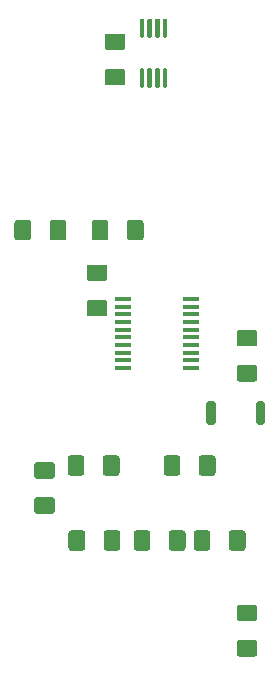
<source format=gbr>
%TF.GenerationSoftware,KiCad,Pcbnew,5.1.6*%
%TF.CreationDate,2020-08-27T20:26:27+01:00*%
%TF.ProjectId,wireless-temperaure-sensor,77697265-6c65-4737-932d-74656d706572,0.2*%
%TF.SameCoordinates,Original*%
%TF.FileFunction,Paste,Top*%
%TF.FilePolarity,Positive*%
%FSLAX46Y46*%
G04 Gerber Fmt 4.6, Leading zero omitted, Abs format (unit mm)*
G04 Created by KiCad (PCBNEW 5.1.6) date 2020-08-27 20:26:27*
%MOMM*%
%LPD*%
G01*
G04 APERTURE LIST*
%ADD10R,1.350000X0.400000*%
G04 APERTURE END LIST*
%TO.C,SW1*%
G36*
G01*
X103232000Y-93510000D02*
X103232000Y-91910000D01*
G75*
G02*
X103432000Y-91710000I200000J0D01*
G01*
X103832000Y-91710000D01*
G75*
G02*
X104032000Y-91910000I0J-200000D01*
G01*
X104032000Y-93510000D01*
G75*
G02*
X103832000Y-93710000I-200000J0D01*
G01*
X103432000Y-93710000D01*
G75*
G02*
X103232000Y-93510000I0J200000D01*
G01*
G37*
G36*
G01*
X107432000Y-93510000D02*
X107432000Y-91910000D01*
G75*
G02*
X107632000Y-91710000I200000J0D01*
G01*
X108032000Y-91710000D01*
G75*
G02*
X108232000Y-91910000I0J-200000D01*
G01*
X108232000Y-93510000D01*
G75*
G02*
X108032000Y-93710000I-200000J0D01*
G01*
X107632000Y-93710000D01*
G75*
G02*
X107432000Y-93510000I0J200000D01*
G01*
G37*
%TD*%
D10*
%TO.C,U1*%
X101935000Y-83050000D03*
X96185000Y-83050000D03*
X101935000Y-83700000D03*
X96185000Y-83700000D03*
X101935000Y-84350000D03*
X96185000Y-84350000D03*
X101935000Y-85000000D03*
X96185000Y-85000000D03*
X101935000Y-85650000D03*
X96185000Y-85650000D03*
X101935000Y-86300000D03*
X96185000Y-86300000D03*
X101935000Y-86950000D03*
X96185000Y-86950000D03*
X101935000Y-87600000D03*
X96185000Y-87600000D03*
X101935000Y-88250000D03*
X96185000Y-88250000D03*
X101935000Y-88900000D03*
X96185000Y-88900000D03*
%TD*%
%TO.C,R8*%
G36*
G01*
X100052500Y-104130000D02*
X100052500Y-102880000D01*
G75*
G02*
X100302500Y-102630000I250000J0D01*
G01*
X101227500Y-102630000D01*
G75*
G02*
X101477500Y-102880000I0J-250000D01*
G01*
X101477500Y-104130000D01*
G75*
G02*
X101227500Y-104380000I-250000J0D01*
G01*
X100302500Y-104380000D01*
G75*
G02*
X100052500Y-104130000I0J250000D01*
G01*
G37*
G36*
G01*
X97077500Y-104130000D02*
X97077500Y-102880000D01*
G75*
G02*
X97327500Y-102630000I250000J0D01*
G01*
X98252500Y-102630000D01*
G75*
G02*
X98502500Y-102880000I0J-250000D01*
G01*
X98502500Y-104130000D01*
G75*
G02*
X98252500Y-104380000I-250000J0D01*
G01*
X97327500Y-104380000D01*
G75*
G02*
X97077500Y-104130000I0J250000D01*
G01*
G37*
%TD*%
%TO.C,R7*%
G36*
G01*
X94464500Y-97780000D02*
X94464500Y-96530000D01*
G75*
G02*
X94714500Y-96280000I250000J0D01*
G01*
X95639500Y-96280000D01*
G75*
G02*
X95889500Y-96530000I0J-250000D01*
G01*
X95889500Y-97780000D01*
G75*
G02*
X95639500Y-98030000I-250000J0D01*
G01*
X94714500Y-98030000D01*
G75*
G02*
X94464500Y-97780000I0J250000D01*
G01*
G37*
G36*
G01*
X91489500Y-97780000D02*
X91489500Y-96530000D01*
G75*
G02*
X91739500Y-96280000I250000J0D01*
G01*
X92664500Y-96280000D01*
G75*
G02*
X92914500Y-96530000I0J-250000D01*
G01*
X92914500Y-97780000D01*
G75*
G02*
X92664500Y-98030000I-250000J0D01*
G01*
X91739500Y-98030000D01*
G75*
G02*
X91489500Y-97780000I0J250000D01*
G01*
G37*
%TD*%
%TO.C,R6*%
G36*
G01*
X94537500Y-104130000D02*
X94537500Y-102880000D01*
G75*
G02*
X94787500Y-102630000I250000J0D01*
G01*
X95712500Y-102630000D01*
G75*
G02*
X95962500Y-102880000I0J-250000D01*
G01*
X95962500Y-104130000D01*
G75*
G02*
X95712500Y-104380000I-250000J0D01*
G01*
X94787500Y-104380000D01*
G75*
G02*
X94537500Y-104130000I0J250000D01*
G01*
G37*
G36*
G01*
X91562500Y-104130000D02*
X91562500Y-102880000D01*
G75*
G02*
X91812500Y-102630000I250000J0D01*
G01*
X92737500Y-102630000D01*
G75*
G02*
X92987500Y-102880000I0J-250000D01*
G01*
X92987500Y-104130000D01*
G75*
G02*
X92737500Y-104380000I-250000J0D01*
G01*
X91812500Y-104380000D01*
G75*
G02*
X91562500Y-104130000I0J250000D01*
G01*
G37*
%TD*%
%TO.C,R5*%
G36*
G01*
X101042500Y-96530000D02*
X101042500Y-97780000D01*
G75*
G02*
X100792500Y-98030000I-250000J0D01*
G01*
X99867500Y-98030000D01*
G75*
G02*
X99617500Y-97780000I0J250000D01*
G01*
X99617500Y-96530000D01*
G75*
G02*
X99867500Y-96280000I250000J0D01*
G01*
X100792500Y-96280000D01*
G75*
G02*
X101042500Y-96530000I0J-250000D01*
G01*
G37*
G36*
G01*
X104017500Y-96530000D02*
X104017500Y-97780000D01*
G75*
G02*
X103767500Y-98030000I-250000J0D01*
G01*
X102842500Y-98030000D01*
G75*
G02*
X102592500Y-97780000I0J250000D01*
G01*
X102592500Y-96530000D01*
G75*
G02*
X102842500Y-96280000I250000J0D01*
G01*
X103767500Y-96280000D01*
G75*
G02*
X104017500Y-96530000I0J-250000D01*
G01*
G37*
%TD*%
%TO.C,R4*%
G36*
G01*
X103582500Y-102880000D02*
X103582500Y-104130000D01*
G75*
G02*
X103332500Y-104380000I-250000J0D01*
G01*
X102407500Y-104380000D01*
G75*
G02*
X102157500Y-104130000I0J250000D01*
G01*
X102157500Y-102880000D01*
G75*
G02*
X102407500Y-102630000I250000J0D01*
G01*
X103332500Y-102630000D01*
G75*
G02*
X103582500Y-102880000I0J-250000D01*
G01*
G37*
G36*
G01*
X106557500Y-102880000D02*
X106557500Y-104130000D01*
G75*
G02*
X106307500Y-104380000I-250000J0D01*
G01*
X105382500Y-104380000D01*
G75*
G02*
X105132500Y-104130000I0J250000D01*
G01*
X105132500Y-102880000D01*
G75*
G02*
X105382500Y-102630000I250000J0D01*
G01*
X106307500Y-102630000D01*
G75*
G02*
X106557500Y-102880000I0J-250000D01*
G01*
G37*
%TD*%
%TO.C,R3*%
G36*
G01*
X89965500Y-77841000D02*
X89965500Y-76591000D01*
G75*
G02*
X90215500Y-76341000I250000J0D01*
G01*
X91140500Y-76341000D01*
G75*
G02*
X91390500Y-76591000I0J-250000D01*
G01*
X91390500Y-77841000D01*
G75*
G02*
X91140500Y-78091000I-250000J0D01*
G01*
X90215500Y-78091000D01*
G75*
G02*
X89965500Y-77841000I0J250000D01*
G01*
G37*
G36*
G01*
X86990500Y-77841000D02*
X86990500Y-76591000D01*
G75*
G02*
X87240500Y-76341000I250000J0D01*
G01*
X88165500Y-76341000D01*
G75*
G02*
X88415500Y-76591000I0J-250000D01*
G01*
X88415500Y-77841000D01*
G75*
G02*
X88165500Y-78091000I-250000J0D01*
G01*
X87240500Y-78091000D01*
G75*
G02*
X86990500Y-77841000I0J250000D01*
G01*
G37*
%TD*%
%TO.C,R2*%
G36*
G01*
X94946500Y-76591000D02*
X94946500Y-77841000D01*
G75*
G02*
X94696500Y-78091000I-250000J0D01*
G01*
X93771500Y-78091000D01*
G75*
G02*
X93521500Y-77841000I0J250000D01*
G01*
X93521500Y-76591000D01*
G75*
G02*
X93771500Y-76341000I250000J0D01*
G01*
X94696500Y-76341000D01*
G75*
G02*
X94946500Y-76591000I0J-250000D01*
G01*
G37*
G36*
G01*
X97921500Y-76591000D02*
X97921500Y-77841000D01*
G75*
G02*
X97671500Y-78091000I-250000J0D01*
G01*
X96746500Y-78091000D01*
G75*
G02*
X96496500Y-77841000I0J250000D01*
G01*
X96496500Y-76591000D01*
G75*
G02*
X96746500Y-76341000I250000J0D01*
G01*
X97671500Y-76341000D01*
G75*
G02*
X97921500Y-76591000I0J-250000D01*
G01*
G37*
%TD*%
%TO.C,R1*%
G36*
G01*
X90160000Y-98285000D02*
X88910000Y-98285000D01*
G75*
G02*
X88660000Y-98035000I0J250000D01*
G01*
X88660000Y-97110000D01*
G75*
G02*
X88910000Y-96860000I250000J0D01*
G01*
X90160000Y-96860000D01*
G75*
G02*
X90410000Y-97110000I0J-250000D01*
G01*
X90410000Y-98035000D01*
G75*
G02*
X90160000Y-98285000I-250000J0D01*
G01*
G37*
G36*
G01*
X90160000Y-101260000D02*
X88910000Y-101260000D01*
G75*
G02*
X88660000Y-101010000I0J250000D01*
G01*
X88660000Y-100085000D01*
G75*
G02*
X88910000Y-99835000I250000J0D01*
G01*
X90160000Y-99835000D01*
G75*
G02*
X90410000Y-100085000I0J-250000D01*
G01*
X90410000Y-101010000D01*
G75*
G02*
X90160000Y-101260000I-250000J0D01*
G01*
G37*
%TD*%
%TO.C,C5*%
G36*
G01*
X96129000Y-61999500D02*
X94879000Y-61999500D01*
G75*
G02*
X94629000Y-61749500I0J250000D01*
G01*
X94629000Y-60824500D01*
G75*
G02*
X94879000Y-60574500I250000J0D01*
G01*
X96129000Y-60574500D01*
G75*
G02*
X96379000Y-60824500I0J-250000D01*
G01*
X96379000Y-61749500D01*
G75*
G02*
X96129000Y-61999500I-250000J0D01*
G01*
G37*
G36*
G01*
X96129000Y-64974500D02*
X94879000Y-64974500D01*
G75*
G02*
X94629000Y-64724500I0J250000D01*
G01*
X94629000Y-63799500D01*
G75*
G02*
X94879000Y-63549500I250000J0D01*
G01*
X96129000Y-63549500D01*
G75*
G02*
X96379000Y-63799500I0J-250000D01*
G01*
X96379000Y-64724500D01*
G75*
G02*
X96129000Y-64974500I-250000J0D01*
G01*
G37*
%TD*%
%TO.C,C4*%
G36*
G01*
X107305000Y-110350000D02*
X106055000Y-110350000D01*
G75*
G02*
X105805000Y-110100000I0J250000D01*
G01*
X105805000Y-109175000D01*
G75*
G02*
X106055000Y-108925000I250000J0D01*
G01*
X107305000Y-108925000D01*
G75*
G02*
X107555000Y-109175000I0J-250000D01*
G01*
X107555000Y-110100000D01*
G75*
G02*
X107305000Y-110350000I-250000J0D01*
G01*
G37*
G36*
G01*
X107305000Y-113325000D02*
X106055000Y-113325000D01*
G75*
G02*
X105805000Y-113075000I0J250000D01*
G01*
X105805000Y-112150000D01*
G75*
G02*
X106055000Y-111900000I250000J0D01*
G01*
X107305000Y-111900000D01*
G75*
G02*
X107555000Y-112150000I0J-250000D01*
G01*
X107555000Y-113075000D01*
G75*
G02*
X107305000Y-113325000I-250000J0D01*
G01*
G37*
%TD*%
%TO.C,C3*%
G36*
G01*
X94605000Y-81557500D02*
X93355000Y-81557500D01*
G75*
G02*
X93105000Y-81307500I0J250000D01*
G01*
X93105000Y-80382500D01*
G75*
G02*
X93355000Y-80132500I250000J0D01*
G01*
X94605000Y-80132500D01*
G75*
G02*
X94855000Y-80382500I0J-250000D01*
G01*
X94855000Y-81307500D01*
G75*
G02*
X94605000Y-81557500I-250000J0D01*
G01*
G37*
G36*
G01*
X94605000Y-84532500D02*
X93355000Y-84532500D01*
G75*
G02*
X93105000Y-84282500I0J250000D01*
G01*
X93105000Y-83357500D01*
G75*
G02*
X93355000Y-83107500I250000J0D01*
G01*
X94605000Y-83107500D01*
G75*
G02*
X94855000Y-83357500I0J-250000D01*
G01*
X94855000Y-84282500D01*
G75*
G02*
X94605000Y-84532500I-250000J0D01*
G01*
G37*
%TD*%
%TO.C,C2*%
G36*
G01*
X106055000Y-88622500D02*
X107305000Y-88622500D01*
G75*
G02*
X107555000Y-88872500I0J-250000D01*
G01*
X107555000Y-89797500D01*
G75*
G02*
X107305000Y-90047500I-250000J0D01*
G01*
X106055000Y-90047500D01*
G75*
G02*
X105805000Y-89797500I0J250000D01*
G01*
X105805000Y-88872500D01*
G75*
G02*
X106055000Y-88622500I250000J0D01*
G01*
G37*
G36*
G01*
X106055000Y-85647500D02*
X107305000Y-85647500D01*
G75*
G02*
X107555000Y-85897500I0J-250000D01*
G01*
X107555000Y-86822500D01*
G75*
G02*
X107305000Y-87072500I-250000J0D01*
G01*
X106055000Y-87072500D01*
G75*
G02*
X105805000Y-86822500I0J250000D01*
G01*
X105805000Y-85897500D01*
G75*
G02*
X106055000Y-85647500I250000J0D01*
G01*
G37*
%TD*%
%TO.C,U3*%
G36*
G01*
X97890000Y-60930000D02*
X97690000Y-60930000D01*
G75*
G02*
X97590000Y-60830000I0J100000D01*
G01*
X97590000Y-59405000D01*
G75*
G02*
X97690000Y-59305000I100000J0D01*
G01*
X97890000Y-59305000D01*
G75*
G02*
X97990000Y-59405000I0J-100000D01*
G01*
X97990000Y-60830000D01*
G75*
G02*
X97890000Y-60930000I-100000J0D01*
G01*
G37*
G36*
G01*
X98540000Y-60930000D02*
X98340000Y-60930000D01*
G75*
G02*
X98240000Y-60830000I0J100000D01*
G01*
X98240000Y-59405000D01*
G75*
G02*
X98340000Y-59305000I100000J0D01*
G01*
X98540000Y-59305000D01*
G75*
G02*
X98640000Y-59405000I0J-100000D01*
G01*
X98640000Y-60830000D01*
G75*
G02*
X98540000Y-60930000I-100000J0D01*
G01*
G37*
G36*
G01*
X99190000Y-60930000D02*
X98990000Y-60930000D01*
G75*
G02*
X98890000Y-60830000I0J100000D01*
G01*
X98890000Y-59405000D01*
G75*
G02*
X98990000Y-59305000I100000J0D01*
G01*
X99190000Y-59305000D01*
G75*
G02*
X99290000Y-59405000I0J-100000D01*
G01*
X99290000Y-60830000D01*
G75*
G02*
X99190000Y-60930000I-100000J0D01*
G01*
G37*
G36*
G01*
X99840000Y-60930000D02*
X99640000Y-60930000D01*
G75*
G02*
X99540000Y-60830000I0J100000D01*
G01*
X99540000Y-59405000D01*
G75*
G02*
X99640000Y-59305000I100000J0D01*
G01*
X99840000Y-59305000D01*
G75*
G02*
X99940000Y-59405000I0J-100000D01*
G01*
X99940000Y-60830000D01*
G75*
G02*
X99840000Y-60930000I-100000J0D01*
G01*
G37*
G36*
G01*
X99840000Y-65155000D02*
X99640000Y-65155000D01*
G75*
G02*
X99540000Y-65055000I0J100000D01*
G01*
X99540000Y-63630000D01*
G75*
G02*
X99640000Y-63530000I100000J0D01*
G01*
X99840000Y-63530000D01*
G75*
G02*
X99940000Y-63630000I0J-100000D01*
G01*
X99940000Y-65055000D01*
G75*
G02*
X99840000Y-65155000I-100000J0D01*
G01*
G37*
G36*
G01*
X99190000Y-65155000D02*
X98990000Y-65155000D01*
G75*
G02*
X98890000Y-65055000I0J100000D01*
G01*
X98890000Y-63630000D01*
G75*
G02*
X98990000Y-63530000I100000J0D01*
G01*
X99190000Y-63530000D01*
G75*
G02*
X99290000Y-63630000I0J-100000D01*
G01*
X99290000Y-65055000D01*
G75*
G02*
X99190000Y-65155000I-100000J0D01*
G01*
G37*
G36*
G01*
X98540000Y-65155000D02*
X98340000Y-65155000D01*
G75*
G02*
X98240000Y-65055000I0J100000D01*
G01*
X98240000Y-63630000D01*
G75*
G02*
X98340000Y-63530000I100000J0D01*
G01*
X98540000Y-63530000D01*
G75*
G02*
X98640000Y-63630000I0J-100000D01*
G01*
X98640000Y-65055000D01*
G75*
G02*
X98540000Y-65155000I-100000J0D01*
G01*
G37*
G36*
G01*
X97890000Y-65155000D02*
X97690000Y-65155000D01*
G75*
G02*
X97590000Y-65055000I0J100000D01*
G01*
X97590000Y-63630000D01*
G75*
G02*
X97690000Y-63530000I100000J0D01*
G01*
X97890000Y-63530000D01*
G75*
G02*
X97990000Y-63630000I0J-100000D01*
G01*
X97990000Y-65055000D01*
G75*
G02*
X97890000Y-65155000I-100000J0D01*
G01*
G37*
%TD*%
M02*

</source>
